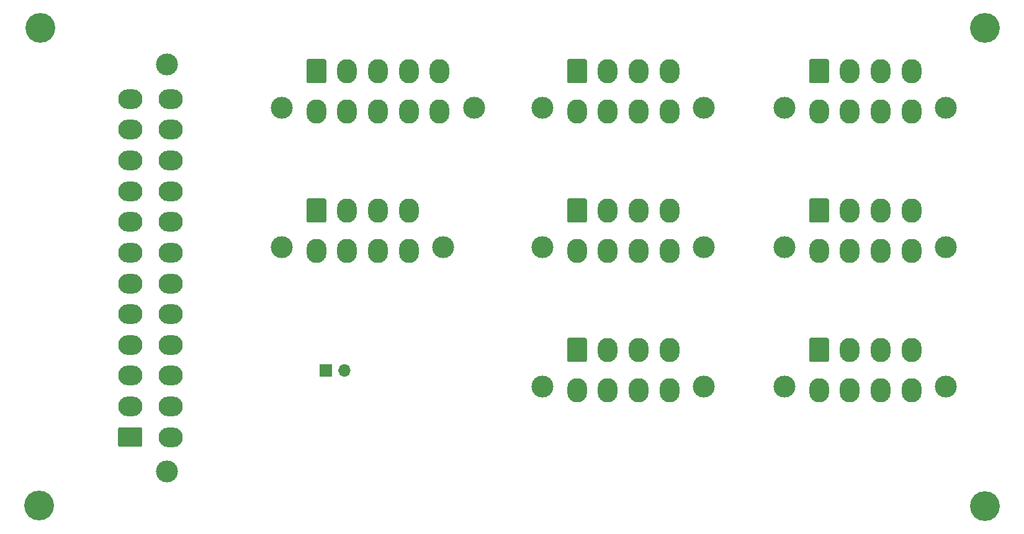
<source format=gbr>
%TF.GenerationSoftware,KiCad,Pcbnew,(5.1.7)-1*%
%TF.CreationDate,2020-11-11T18:46:54-08:00*%
%TF.ProjectId,ATX_PSU_Board,4154585f-5053-4555-9f42-6f6172642e6b,rev?*%
%TF.SameCoordinates,Original*%
%TF.FileFunction,Soldermask,Bot*%
%TF.FilePolarity,Negative*%
%FSLAX46Y46*%
G04 Gerber Fmt 4.6, Leading zero omitted, Abs format (unit mm)*
G04 Created by KiCad (PCBNEW (5.1.7)-1) date 2020-11-11 18:46:54*
%MOMM*%
%LPD*%
G01*
G04 APERTURE LIST*
%ADD10O,1.700000X1.700000*%
%ADD11R,1.700000X1.700000*%
%ADD12C,3.000000*%
%ADD13O,2.700000X3.300000*%
%ADD14C,4.064000*%
%ADD15O,3.300000X2.700000*%
G04 APERTURE END LIST*
D10*
%TO.C,J1*%
X80010000Y-103124000D03*
D11*
X77470000Y-103124000D03*
%TD*%
D12*
%TO.C,J5*%
X162080000Y-67270000D03*
X140080000Y-67270000D03*
D13*
X157380000Y-67730000D03*
X153180000Y-67730000D03*
X148980000Y-67730000D03*
X144780000Y-67730000D03*
X157380000Y-62230000D03*
X153180000Y-62230000D03*
X148980000Y-62230000D03*
G36*
G01*
X143430000Y-63629999D02*
X143430000Y-60830001D01*
G75*
G02*
X143680001Y-60580000I250001J0D01*
G01*
X145879999Y-60580000D01*
G75*
G02*
X146130000Y-60830001I0J-250001D01*
G01*
X146130000Y-63629999D01*
G75*
G02*
X145879999Y-63880000I-250001J0D01*
G01*
X143680001Y-63880000D01*
G75*
G02*
X143430000Y-63629999I0J250001D01*
G01*
G37*
%TD*%
D12*
%TO.C,J10*%
X162080000Y-105370000D03*
X140080000Y-105370000D03*
D13*
X157380000Y-105830000D03*
X153180000Y-105830000D03*
X148980000Y-105830000D03*
X144780000Y-105830000D03*
X157380000Y-100330000D03*
X153180000Y-100330000D03*
X148980000Y-100330000D03*
G36*
G01*
X143430000Y-101729999D02*
X143430000Y-98930001D01*
G75*
G02*
X143680001Y-98680000I250001J0D01*
G01*
X145879999Y-98680000D01*
G75*
G02*
X146130000Y-98930001I0J-250001D01*
G01*
X146130000Y-101729999D01*
G75*
G02*
X145879999Y-101980000I-250001J0D01*
G01*
X143680001Y-101980000D01*
G75*
G02*
X143430000Y-101729999I0J250001D01*
G01*
G37*
%TD*%
D14*
%TO.C,H4*%
X167436800Y-56337200D03*
%TD*%
%TO.C,H3*%
X38404800Y-121615200D03*
%TD*%
%TO.C,H2*%
X167436800Y-121716800D03*
%TD*%
%TO.C,H1*%
X38506400Y-56286400D03*
%TD*%
D12*
%TO.C,J9*%
X129060000Y-105370000D03*
X107060000Y-105370000D03*
D13*
X124360000Y-105830000D03*
X120160000Y-105830000D03*
X115960000Y-105830000D03*
X111760000Y-105830000D03*
X124360000Y-100330000D03*
X120160000Y-100330000D03*
X115960000Y-100330000D03*
G36*
G01*
X110410000Y-101729999D02*
X110410000Y-98930001D01*
G75*
G02*
X110660001Y-98680000I250001J0D01*
G01*
X112859999Y-98680000D01*
G75*
G02*
X113110000Y-98930001I0J-250001D01*
G01*
X113110000Y-101729999D01*
G75*
G02*
X112859999Y-101980000I-250001J0D01*
G01*
X110660001Y-101980000D01*
G75*
G02*
X110410000Y-101729999I0J250001D01*
G01*
G37*
%TD*%
D12*
%TO.C,J8*%
X162080000Y-86320000D03*
X140080000Y-86320000D03*
D13*
X157380000Y-86780000D03*
X153180000Y-86780000D03*
X148980000Y-86780000D03*
X144780000Y-86780000D03*
X157380000Y-81280000D03*
X153180000Y-81280000D03*
X148980000Y-81280000D03*
G36*
G01*
X143430000Y-82679999D02*
X143430000Y-79880001D01*
G75*
G02*
X143680001Y-79630000I250001J0D01*
G01*
X145879999Y-79630000D01*
G75*
G02*
X146130000Y-79880001I0J-250001D01*
G01*
X146130000Y-82679999D01*
G75*
G02*
X145879999Y-82930000I-250001J0D01*
G01*
X143680001Y-82930000D01*
G75*
G02*
X143430000Y-82679999I0J250001D01*
G01*
G37*
%TD*%
D12*
%TO.C,J7*%
X129060000Y-86320000D03*
X107060000Y-86320000D03*
D13*
X124360000Y-86780000D03*
X120160000Y-86780000D03*
X115960000Y-86780000D03*
X111760000Y-86780000D03*
X124360000Y-81280000D03*
X120160000Y-81280000D03*
X115960000Y-81280000D03*
G36*
G01*
X110410000Y-82679999D02*
X110410000Y-79880001D01*
G75*
G02*
X110660001Y-79630000I250001J0D01*
G01*
X112859999Y-79630000D01*
G75*
G02*
X113110000Y-79880001I0J-250001D01*
G01*
X113110000Y-82679999D01*
G75*
G02*
X112859999Y-82930000I-250001J0D01*
G01*
X110660001Y-82930000D01*
G75*
G02*
X110410000Y-82679999I0J250001D01*
G01*
G37*
%TD*%
D12*
%TO.C,J6*%
X93500000Y-86320000D03*
X71500000Y-86320000D03*
D13*
X88800000Y-86780000D03*
X84600000Y-86780000D03*
X80400000Y-86780000D03*
X76200000Y-86780000D03*
X88800000Y-81280000D03*
X84600000Y-81280000D03*
X80400000Y-81280000D03*
G36*
G01*
X74850000Y-82679999D02*
X74850000Y-79880001D01*
G75*
G02*
X75100001Y-79630000I250001J0D01*
G01*
X77299999Y-79630000D01*
G75*
G02*
X77550000Y-79880001I0J-250001D01*
G01*
X77550000Y-82679999D01*
G75*
G02*
X77299999Y-82930000I-250001J0D01*
G01*
X75100001Y-82930000D01*
G75*
G02*
X74850000Y-82679999I0J250001D01*
G01*
G37*
%TD*%
D12*
%TO.C,J4*%
X129060000Y-67270000D03*
X107060000Y-67270000D03*
D13*
X124360000Y-67730000D03*
X120160000Y-67730000D03*
X115960000Y-67730000D03*
X111760000Y-67730000D03*
X124360000Y-62230000D03*
X120160000Y-62230000D03*
X115960000Y-62230000D03*
G36*
G01*
X110410000Y-63629999D02*
X110410000Y-60830001D01*
G75*
G02*
X110660001Y-60580000I250001J0D01*
G01*
X112859999Y-60580000D01*
G75*
G02*
X113110000Y-60830001I0J-250001D01*
G01*
X113110000Y-63629999D01*
G75*
G02*
X112859999Y-63880000I-250001J0D01*
G01*
X110660001Y-63880000D01*
G75*
G02*
X110410000Y-63629999I0J250001D01*
G01*
G37*
%TD*%
D12*
%TO.C,J3*%
X97700000Y-67270000D03*
X71500000Y-67270000D03*
D13*
X93000000Y-67730000D03*
X88800000Y-67730000D03*
X84600000Y-67730000D03*
X80400000Y-67730000D03*
X76200000Y-67730000D03*
X93000000Y-62230000D03*
X88800000Y-62230000D03*
X84600000Y-62230000D03*
X80400000Y-62230000D03*
G36*
G01*
X74850000Y-63629999D02*
X74850000Y-60830001D01*
G75*
G02*
X75100001Y-60580000I250001J0D01*
G01*
X77299999Y-60580000D01*
G75*
G02*
X77550000Y-60830001I0J-250001D01*
G01*
X77550000Y-63629999D01*
G75*
G02*
X77299999Y-63880000I-250001J0D01*
G01*
X75100001Y-63880000D01*
G75*
G02*
X74850000Y-63629999I0J250001D01*
G01*
G37*
%TD*%
D12*
%TO.C,J2*%
X55840000Y-61340000D03*
X55840000Y-116940000D03*
D15*
X56300000Y-66040000D03*
X56300000Y-70240000D03*
X56300000Y-74440000D03*
X56300000Y-78640000D03*
X56300000Y-82840000D03*
X56300000Y-87040000D03*
X56300000Y-91240000D03*
X56300000Y-95440000D03*
X56300000Y-99640000D03*
X56300000Y-103840000D03*
X56300000Y-108040000D03*
X56300000Y-112240000D03*
X50800000Y-66040000D03*
X50800000Y-70240000D03*
X50800000Y-74440000D03*
X50800000Y-78640000D03*
X50800000Y-82840000D03*
X50800000Y-87040000D03*
X50800000Y-91240000D03*
X50800000Y-95440000D03*
X50800000Y-99640000D03*
X50800000Y-103840000D03*
X50800000Y-108040000D03*
G36*
G01*
X52199999Y-113590000D02*
X49400001Y-113590000D01*
G75*
G02*
X49150000Y-113339999I0J250001D01*
G01*
X49150000Y-111140001D01*
G75*
G02*
X49400001Y-110890000I250001J0D01*
G01*
X52199999Y-110890000D01*
G75*
G02*
X52450000Y-111140001I0J-250001D01*
G01*
X52450000Y-113339999D01*
G75*
G02*
X52199999Y-113590000I-250001J0D01*
G01*
G37*
%TD*%
M02*

</source>
